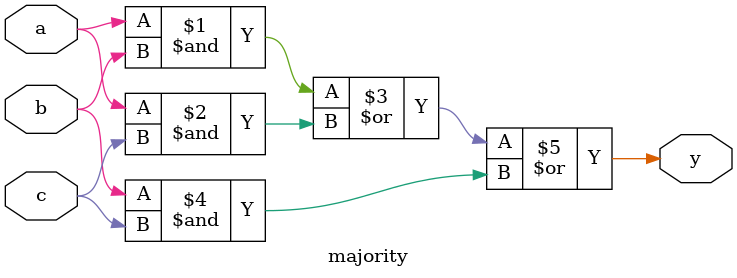
<source format=sv>
module majority(input logic a,
                input logic b,
                input logic c,
                output logic y);
  
  assign y = (a & b) | (a & c) | (b & c);

endmodule

</source>
